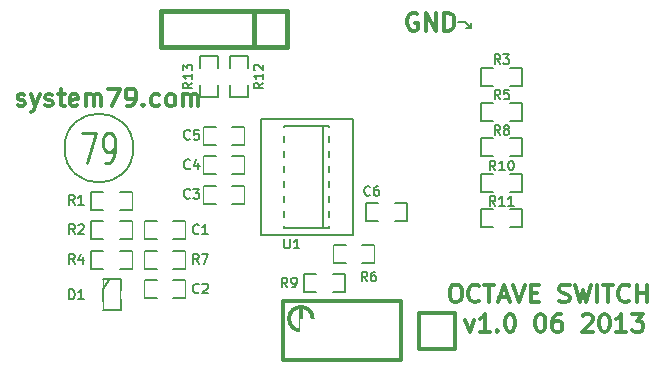
<source format=gto>
G04 (created by PCBNEW (2013-03-31 BZR 4008)-stable) date 2013-07-29 6:50:27 PM*
%MOIN*%
G04 Gerber Fmt 3.4, Leading zero omitted, Abs format*
%FSLAX34Y34*%
G01*
G70*
G90*
G04 APERTURE LIST*
%ADD10C,0.006*%
%ADD11C,0.00787402*%
%ADD12C,0.011811*%
%ADD13C,0.00984252*%
%ADD14C,0.005*%
%ADD15C,0.015*%
%ADD16C,0.014*%
%ADD17C,0.0026*%
%ADD18C,0.0078*%
%ADD19C,0.008*%
%ADD20R,0.0409748X0.0291748*%
%ADD21R,0.0465748X0.0565748*%
%ADD22R,0.0565748X0.0465748*%
%ADD23C,0.0802748*%
%ADD24R,0.0802748X0.0802748*%
%ADD25R,0.0881748X0.0251748*%
%ADD26C,0.080315*%
G04 APERTURE END LIST*
G54D10*
G54D11*
X25944Y-8818D02*
X25787Y-8818D01*
X25944Y-8818D02*
X25944Y-8661D01*
X25748Y-8622D02*
X25511Y-8622D01*
X25944Y-8818D02*
X25748Y-8622D01*
G54D12*
X24156Y-8338D02*
X24100Y-8309D01*
X24015Y-8309D01*
X23931Y-8338D01*
X23875Y-8394D01*
X23847Y-8450D01*
X23818Y-8562D01*
X23818Y-8647D01*
X23847Y-8759D01*
X23875Y-8816D01*
X23931Y-8872D01*
X24015Y-8900D01*
X24071Y-8900D01*
X24156Y-8872D01*
X24184Y-8844D01*
X24184Y-8647D01*
X24071Y-8647D01*
X24437Y-8900D02*
X24437Y-8309D01*
X24775Y-8900D01*
X24775Y-8309D01*
X25056Y-8900D02*
X25056Y-8309D01*
X25196Y-8309D01*
X25281Y-8338D01*
X25337Y-8394D01*
X25365Y-8450D01*
X25393Y-8562D01*
X25393Y-8647D01*
X25365Y-8759D01*
X25337Y-8816D01*
X25281Y-8872D01*
X25196Y-8900D01*
X25056Y-8900D01*
X25759Y-18546D02*
X25899Y-18939D01*
X26040Y-18546D01*
X26574Y-18939D02*
X26237Y-18939D01*
X26406Y-18939D02*
X26406Y-18349D01*
X26349Y-18433D01*
X26293Y-18489D01*
X26237Y-18517D01*
X26827Y-18883D02*
X26856Y-18911D01*
X26827Y-18939D01*
X26799Y-18911D01*
X26827Y-18883D01*
X26827Y-18939D01*
X27221Y-18349D02*
X27277Y-18349D01*
X27334Y-18377D01*
X27362Y-18405D01*
X27390Y-18461D01*
X27418Y-18574D01*
X27418Y-18714D01*
X27390Y-18827D01*
X27362Y-18883D01*
X27334Y-18911D01*
X27277Y-18939D01*
X27221Y-18939D01*
X27165Y-18911D01*
X27137Y-18883D01*
X27109Y-18827D01*
X27080Y-18714D01*
X27080Y-18574D01*
X27109Y-18461D01*
X27137Y-18405D01*
X27165Y-18377D01*
X27221Y-18349D01*
X28233Y-18349D02*
X28290Y-18349D01*
X28346Y-18377D01*
X28374Y-18405D01*
X28402Y-18461D01*
X28430Y-18574D01*
X28430Y-18714D01*
X28402Y-18827D01*
X28374Y-18883D01*
X28346Y-18911D01*
X28290Y-18939D01*
X28233Y-18939D01*
X28177Y-18911D01*
X28149Y-18883D01*
X28121Y-18827D01*
X28093Y-18714D01*
X28093Y-18574D01*
X28121Y-18461D01*
X28149Y-18405D01*
X28177Y-18377D01*
X28233Y-18349D01*
X28937Y-18349D02*
X28824Y-18349D01*
X28768Y-18377D01*
X28740Y-18405D01*
X28683Y-18489D01*
X28655Y-18602D01*
X28655Y-18827D01*
X28683Y-18883D01*
X28712Y-18911D01*
X28768Y-18939D01*
X28880Y-18939D01*
X28937Y-18911D01*
X28965Y-18883D01*
X28993Y-18827D01*
X28993Y-18686D01*
X28965Y-18630D01*
X28937Y-18602D01*
X28880Y-18574D01*
X28768Y-18574D01*
X28712Y-18602D01*
X28683Y-18630D01*
X28655Y-18686D01*
X29668Y-18405D02*
X29696Y-18377D01*
X29752Y-18349D01*
X29893Y-18349D01*
X29949Y-18377D01*
X29977Y-18405D01*
X30005Y-18461D01*
X30005Y-18517D01*
X29977Y-18602D01*
X29640Y-18939D01*
X30005Y-18939D01*
X30371Y-18349D02*
X30427Y-18349D01*
X30483Y-18377D01*
X30511Y-18405D01*
X30539Y-18461D01*
X30568Y-18574D01*
X30568Y-18714D01*
X30539Y-18827D01*
X30511Y-18883D01*
X30483Y-18911D01*
X30427Y-18939D01*
X30371Y-18939D01*
X30314Y-18911D01*
X30286Y-18883D01*
X30258Y-18827D01*
X30230Y-18714D01*
X30230Y-18574D01*
X30258Y-18461D01*
X30286Y-18405D01*
X30314Y-18377D01*
X30371Y-18349D01*
X31130Y-18939D02*
X30793Y-18939D01*
X30961Y-18939D02*
X30961Y-18349D01*
X30905Y-18433D01*
X30849Y-18489D01*
X30793Y-18517D01*
X31327Y-18349D02*
X31692Y-18349D01*
X31496Y-18574D01*
X31580Y-18574D01*
X31636Y-18602D01*
X31664Y-18630D01*
X31692Y-18686D01*
X31692Y-18827D01*
X31664Y-18883D01*
X31636Y-18911D01*
X31580Y-18939D01*
X31411Y-18939D01*
X31355Y-18911D01*
X31327Y-18883D01*
X10835Y-11392D02*
X10891Y-11420D01*
X11003Y-11420D01*
X11060Y-11392D01*
X11088Y-11335D01*
X11088Y-11307D01*
X11060Y-11251D01*
X11003Y-11223D01*
X10919Y-11223D01*
X10863Y-11195D01*
X10835Y-11138D01*
X10835Y-11110D01*
X10863Y-11054D01*
X10919Y-11026D01*
X11003Y-11026D01*
X11060Y-11054D01*
X11285Y-11026D02*
X11425Y-11420D01*
X11566Y-11026D02*
X11425Y-11420D01*
X11369Y-11560D01*
X11341Y-11588D01*
X11285Y-11616D01*
X11763Y-11392D02*
X11819Y-11420D01*
X11931Y-11420D01*
X11988Y-11392D01*
X12016Y-11335D01*
X12016Y-11307D01*
X11988Y-11251D01*
X11931Y-11223D01*
X11847Y-11223D01*
X11791Y-11195D01*
X11763Y-11138D01*
X11763Y-11110D01*
X11791Y-11054D01*
X11847Y-11026D01*
X11931Y-11026D01*
X11988Y-11054D01*
X12185Y-11026D02*
X12410Y-11026D01*
X12269Y-10829D02*
X12269Y-11335D01*
X12297Y-11392D01*
X12353Y-11420D01*
X12410Y-11420D01*
X12831Y-11392D02*
X12775Y-11420D01*
X12663Y-11420D01*
X12606Y-11392D01*
X12578Y-11335D01*
X12578Y-11110D01*
X12606Y-11054D01*
X12663Y-11026D01*
X12775Y-11026D01*
X12831Y-11054D01*
X12859Y-11110D01*
X12859Y-11167D01*
X12578Y-11223D01*
X13113Y-11420D02*
X13113Y-11026D01*
X13113Y-11082D02*
X13141Y-11054D01*
X13197Y-11026D01*
X13281Y-11026D01*
X13338Y-11054D01*
X13366Y-11110D01*
X13366Y-11420D01*
X13366Y-11110D02*
X13394Y-11054D01*
X13450Y-11026D01*
X13534Y-11026D01*
X13591Y-11054D01*
X13619Y-11110D01*
X13619Y-11420D01*
X13844Y-10829D02*
X14237Y-10829D01*
X13984Y-11420D01*
X14491Y-11420D02*
X14603Y-11420D01*
X14659Y-11392D01*
X14687Y-11363D01*
X14744Y-11279D01*
X14772Y-11167D01*
X14772Y-10942D01*
X14744Y-10885D01*
X14715Y-10857D01*
X14659Y-10829D01*
X14547Y-10829D01*
X14491Y-10857D01*
X14462Y-10885D01*
X14434Y-10942D01*
X14434Y-11082D01*
X14462Y-11138D01*
X14491Y-11167D01*
X14547Y-11195D01*
X14659Y-11195D01*
X14715Y-11167D01*
X14744Y-11138D01*
X14772Y-11082D01*
X15025Y-11363D02*
X15053Y-11392D01*
X15025Y-11420D01*
X14997Y-11392D01*
X15025Y-11363D01*
X15025Y-11420D01*
X15559Y-11392D02*
X15503Y-11420D01*
X15390Y-11420D01*
X15334Y-11392D01*
X15306Y-11363D01*
X15278Y-11307D01*
X15278Y-11138D01*
X15306Y-11082D01*
X15334Y-11054D01*
X15390Y-11026D01*
X15503Y-11026D01*
X15559Y-11054D01*
X15897Y-11420D02*
X15840Y-11392D01*
X15812Y-11363D01*
X15784Y-11307D01*
X15784Y-11138D01*
X15812Y-11082D01*
X15840Y-11054D01*
X15897Y-11026D01*
X15981Y-11026D01*
X16037Y-11054D01*
X16065Y-11082D01*
X16093Y-11138D01*
X16093Y-11307D01*
X16065Y-11363D01*
X16037Y-11392D01*
X15981Y-11420D01*
X15897Y-11420D01*
X16347Y-11420D02*
X16347Y-11026D01*
X16347Y-11082D02*
X16375Y-11054D01*
X16431Y-11026D01*
X16515Y-11026D01*
X16571Y-11054D01*
X16600Y-11110D01*
X16600Y-11420D01*
X16600Y-11110D02*
X16628Y-11054D01*
X16684Y-11026D01*
X16768Y-11026D01*
X16825Y-11054D01*
X16853Y-11110D01*
X16853Y-11420D01*
G54D11*
X14691Y-12814D02*
G75*
G03X14691Y-12814I-1147J0D01*
G74*
G01*
G54D13*
X12985Y-12327D02*
X13444Y-12327D01*
X13149Y-13311D01*
X13740Y-13311D02*
X13871Y-13311D01*
X13937Y-13264D01*
X13969Y-13218D01*
X14035Y-13077D01*
X14068Y-12889D01*
X14068Y-12514D01*
X14035Y-12421D01*
X14002Y-12374D01*
X13937Y-12327D01*
X13805Y-12327D01*
X13740Y-12374D01*
X13707Y-12421D01*
X13674Y-12514D01*
X13674Y-12749D01*
X13707Y-12843D01*
X13740Y-12889D01*
X13805Y-12936D01*
X13937Y-12936D01*
X14002Y-12889D01*
X14035Y-12843D01*
X14068Y-12749D01*
G54D12*
X25379Y-17365D02*
X25492Y-17365D01*
X25548Y-17393D01*
X25604Y-17449D01*
X25632Y-17561D01*
X25632Y-17758D01*
X25604Y-17871D01*
X25548Y-17927D01*
X25492Y-17955D01*
X25379Y-17955D01*
X25323Y-17927D01*
X25267Y-17871D01*
X25239Y-17758D01*
X25239Y-17561D01*
X25267Y-17449D01*
X25323Y-17393D01*
X25379Y-17365D01*
X26223Y-17899D02*
X26195Y-17927D01*
X26110Y-17955D01*
X26054Y-17955D01*
X25970Y-17927D01*
X25913Y-17871D01*
X25885Y-17814D01*
X25857Y-17702D01*
X25857Y-17618D01*
X25885Y-17505D01*
X25913Y-17449D01*
X25970Y-17393D01*
X26054Y-17365D01*
X26110Y-17365D01*
X26195Y-17393D01*
X26223Y-17421D01*
X26392Y-17365D02*
X26729Y-17365D01*
X26560Y-17955D02*
X26560Y-17365D01*
X26898Y-17786D02*
X27179Y-17786D01*
X26841Y-17955D02*
X27038Y-17365D01*
X27235Y-17955D01*
X27348Y-17365D02*
X27544Y-17955D01*
X27741Y-17365D01*
X27938Y-17646D02*
X28135Y-17646D01*
X28219Y-17955D02*
X27938Y-17955D01*
X27938Y-17365D01*
X28219Y-17365D01*
X28894Y-17927D02*
X28979Y-17955D01*
X29119Y-17955D01*
X29176Y-17927D01*
X29204Y-17899D01*
X29232Y-17843D01*
X29232Y-17786D01*
X29204Y-17730D01*
X29176Y-17702D01*
X29119Y-17674D01*
X29007Y-17646D01*
X28951Y-17618D01*
X28922Y-17589D01*
X28894Y-17533D01*
X28894Y-17477D01*
X28922Y-17421D01*
X28951Y-17393D01*
X29007Y-17365D01*
X29147Y-17365D01*
X29232Y-17393D01*
X29429Y-17365D02*
X29569Y-17955D01*
X29682Y-17533D01*
X29794Y-17955D01*
X29935Y-17365D01*
X30160Y-17955D02*
X30160Y-17365D01*
X30357Y-17365D02*
X30694Y-17365D01*
X30525Y-17955D02*
X30525Y-17365D01*
X31228Y-17899D02*
X31200Y-17927D01*
X31116Y-17955D01*
X31060Y-17955D01*
X30975Y-17927D01*
X30919Y-17871D01*
X30891Y-17814D01*
X30863Y-17702D01*
X30863Y-17618D01*
X30891Y-17505D01*
X30919Y-17449D01*
X30975Y-17393D01*
X31060Y-17365D01*
X31116Y-17365D01*
X31200Y-17393D01*
X31228Y-17421D01*
X31482Y-17955D02*
X31482Y-17365D01*
X31482Y-17646D02*
X31819Y-17646D01*
X31819Y-17955D02*
X31819Y-17365D01*
G54D14*
X13676Y-17516D02*
X13876Y-17216D01*
X13676Y-18216D02*
X13676Y-17191D01*
X13676Y-17191D02*
X14276Y-17191D01*
X14276Y-17191D02*
X14276Y-18216D01*
X14276Y-18216D02*
X13676Y-18216D01*
X22849Y-15260D02*
X22449Y-15260D01*
X22449Y-15260D02*
X22449Y-14660D01*
X22449Y-14660D02*
X22849Y-14660D01*
X23409Y-14660D02*
X23809Y-14660D01*
X23809Y-14660D02*
X23809Y-15260D01*
X23809Y-15260D02*
X23409Y-15260D01*
X17436Y-13685D02*
X17036Y-13685D01*
X17036Y-13685D02*
X17036Y-13085D01*
X17036Y-13085D02*
X17436Y-13085D01*
X17996Y-13085D02*
X18396Y-13085D01*
X18396Y-13085D02*
X18396Y-13685D01*
X18396Y-13685D02*
X17996Y-13685D01*
X17524Y-10713D02*
X17524Y-11113D01*
X17524Y-11113D02*
X16924Y-11113D01*
X16924Y-11113D02*
X16924Y-10713D01*
X16924Y-10153D02*
X16924Y-9753D01*
X16924Y-9753D02*
X17524Y-9753D01*
X17524Y-9753D02*
X17524Y-10153D01*
X26688Y-15457D02*
X26288Y-15457D01*
X26288Y-15457D02*
X26288Y-14857D01*
X26288Y-14857D02*
X26688Y-14857D01*
X27248Y-14857D02*
X27648Y-14857D01*
X27648Y-14857D02*
X27648Y-15457D01*
X27648Y-15457D02*
X27248Y-15457D01*
X26688Y-14276D02*
X26288Y-14276D01*
X26288Y-14276D02*
X26288Y-13676D01*
X26288Y-13676D02*
X26688Y-13676D01*
X27248Y-13676D02*
X27648Y-13676D01*
X27648Y-13676D02*
X27648Y-14276D01*
X27648Y-14276D02*
X27248Y-14276D01*
X26688Y-13095D02*
X26288Y-13095D01*
X26288Y-13095D02*
X26288Y-12495D01*
X26288Y-12495D02*
X26688Y-12495D01*
X27248Y-12495D02*
X27648Y-12495D01*
X27648Y-12495D02*
X27648Y-13095D01*
X27648Y-13095D02*
X27248Y-13095D01*
X26688Y-11914D02*
X26288Y-11914D01*
X26288Y-11914D02*
X26288Y-11314D01*
X26288Y-11314D02*
X26688Y-11314D01*
X27248Y-11314D02*
X27648Y-11314D01*
X27648Y-11314D02*
X27648Y-11914D01*
X27648Y-11914D02*
X27248Y-11914D01*
X26688Y-10733D02*
X26288Y-10733D01*
X26288Y-10733D02*
X26288Y-10133D01*
X26288Y-10133D02*
X26688Y-10133D01*
X27248Y-10133D02*
X27648Y-10133D01*
X27648Y-10133D02*
X27648Y-10733D01*
X27648Y-10733D02*
X27248Y-10733D01*
X15468Y-16835D02*
X15068Y-16835D01*
X15068Y-16835D02*
X15068Y-16235D01*
X15068Y-16235D02*
X15468Y-16235D01*
X16028Y-16235D02*
X16428Y-16235D01*
X16428Y-16235D02*
X16428Y-16835D01*
X16428Y-16835D02*
X16028Y-16835D01*
X13696Y-15851D02*
X13296Y-15851D01*
X13296Y-15851D02*
X13296Y-15251D01*
X13296Y-15251D02*
X13696Y-15251D01*
X14256Y-15251D02*
X14656Y-15251D01*
X14656Y-15251D02*
X14656Y-15851D01*
X14656Y-15851D02*
X14256Y-15851D01*
X15468Y-15851D02*
X15068Y-15851D01*
X15068Y-15851D02*
X15068Y-15251D01*
X15068Y-15251D02*
X15468Y-15251D01*
X16028Y-15251D02*
X16428Y-15251D01*
X16428Y-15251D02*
X16428Y-15851D01*
X16428Y-15851D02*
X16028Y-15851D01*
X18508Y-10713D02*
X18508Y-11113D01*
X18508Y-11113D02*
X17908Y-11113D01*
X17908Y-11113D02*
X17908Y-10713D01*
X17908Y-10153D02*
X17908Y-9753D01*
X17908Y-9753D02*
X18508Y-9753D01*
X18508Y-9753D02*
X18508Y-10153D01*
X17996Y-12101D02*
X18396Y-12101D01*
X18396Y-12101D02*
X18396Y-12701D01*
X18396Y-12701D02*
X17996Y-12701D01*
X17436Y-12701D02*
X17036Y-12701D01*
X17036Y-12701D02*
X17036Y-12101D01*
X17036Y-12101D02*
X17436Y-12101D01*
X17436Y-14670D02*
X17036Y-14670D01*
X17036Y-14670D02*
X17036Y-14070D01*
X17036Y-14070D02*
X17436Y-14070D01*
X17996Y-14070D02*
X18396Y-14070D01*
X18396Y-14070D02*
X18396Y-14670D01*
X18396Y-14670D02*
X17996Y-14670D01*
X21342Y-17022D02*
X21742Y-17022D01*
X21742Y-17022D02*
X21742Y-17622D01*
X21742Y-17622D02*
X21342Y-17622D01*
X20782Y-17622D02*
X20382Y-17622D01*
X20382Y-17622D02*
X20382Y-17022D01*
X20382Y-17022D02*
X20782Y-17022D01*
X15468Y-17819D02*
X15068Y-17819D01*
X15068Y-17819D02*
X15068Y-17219D01*
X15068Y-17219D02*
X15468Y-17219D01*
X16028Y-17219D02*
X16428Y-17219D01*
X16428Y-17219D02*
X16428Y-17819D01*
X16428Y-17819D02*
X16028Y-17819D01*
X22327Y-16038D02*
X22727Y-16038D01*
X22727Y-16038D02*
X22727Y-16638D01*
X22727Y-16638D02*
X22327Y-16638D01*
X21767Y-16638D02*
X21367Y-16638D01*
X21367Y-16638D02*
X21367Y-16038D01*
X21367Y-16038D02*
X21767Y-16038D01*
X13696Y-16835D02*
X13296Y-16835D01*
X13296Y-16835D02*
X13296Y-16235D01*
X13296Y-16235D02*
X13696Y-16235D01*
X14256Y-16235D02*
X14656Y-16235D01*
X14656Y-16235D02*
X14656Y-16835D01*
X14656Y-16835D02*
X14256Y-16835D01*
X14256Y-14266D02*
X14656Y-14266D01*
X14656Y-14266D02*
X14656Y-14866D01*
X14656Y-14866D02*
X14256Y-14866D01*
X13696Y-14866D02*
X13296Y-14866D01*
X13296Y-14866D02*
X13296Y-14266D01*
X13296Y-14266D02*
X13696Y-14266D01*
G54D15*
X18716Y-9458D02*
X18716Y-8258D01*
X19816Y-9458D02*
X19816Y-8258D01*
X19816Y-8258D02*
X15616Y-8258D01*
X15616Y-8258D02*
X15616Y-9458D01*
X15616Y-9458D02*
X19816Y-9458D01*
G54D16*
X24253Y-19497D02*
X25353Y-19497D01*
X24253Y-18297D02*
X25403Y-18297D01*
X24203Y-19497D02*
X24203Y-18297D01*
X25403Y-18297D02*
X25403Y-19497D01*
X20275Y-18110D02*
X20275Y-18897D01*
X20669Y-18503D02*
G75*
G03X20669Y-18503I-393J0D01*
G74*
G01*
X19685Y-19881D02*
X19685Y-17913D01*
X19685Y-17913D02*
X23622Y-17913D01*
X23622Y-17913D02*
X23622Y-19881D01*
X23622Y-19881D02*
X19685Y-19881D01*
G54D17*
X21692Y-15375D02*
X21692Y-15182D01*
X21692Y-15182D02*
X21259Y-15182D01*
X21259Y-15375D02*
X21259Y-15182D01*
X21692Y-15375D02*
X21259Y-15375D01*
X21692Y-14875D02*
X21692Y-14682D01*
X21692Y-14682D02*
X21259Y-14682D01*
X21259Y-14875D02*
X21259Y-14682D01*
X21692Y-14875D02*
X21259Y-14875D01*
X21692Y-14375D02*
X21692Y-14182D01*
X21692Y-14182D02*
X21259Y-14182D01*
X21259Y-14375D02*
X21259Y-14182D01*
X21692Y-14375D02*
X21259Y-14375D01*
X21692Y-13875D02*
X21692Y-13683D01*
X21692Y-13683D02*
X21259Y-13683D01*
X21259Y-13875D02*
X21259Y-13683D01*
X21692Y-13875D02*
X21259Y-13875D01*
X19685Y-13875D02*
X19685Y-13683D01*
X19685Y-13683D02*
X19252Y-13683D01*
X19252Y-13875D02*
X19252Y-13683D01*
X19685Y-13875D02*
X19252Y-13875D01*
X19685Y-14375D02*
X19685Y-14182D01*
X19685Y-14182D02*
X19252Y-14182D01*
X19252Y-14375D02*
X19252Y-14182D01*
X19685Y-14375D02*
X19252Y-14375D01*
X19685Y-14875D02*
X19685Y-14682D01*
X19685Y-14682D02*
X19252Y-14682D01*
X19252Y-14875D02*
X19252Y-14682D01*
X19685Y-14875D02*
X19252Y-14875D01*
X19685Y-15375D02*
X19685Y-15182D01*
X19685Y-15182D02*
X19252Y-15182D01*
X19252Y-15375D02*
X19252Y-15182D01*
X19685Y-15375D02*
X19252Y-15375D01*
X21692Y-13376D02*
X21692Y-13183D01*
X21692Y-13183D02*
X21259Y-13183D01*
X21259Y-13376D02*
X21259Y-13183D01*
X21692Y-13376D02*
X21259Y-13376D01*
X21692Y-12876D02*
X21692Y-12683D01*
X21692Y-12683D02*
X21259Y-12683D01*
X21259Y-12876D02*
X21259Y-12683D01*
X21692Y-12876D02*
X21259Y-12876D01*
X21692Y-12376D02*
X21692Y-12183D01*
X21692Y-12183D02*
X21259Y-12183D01*
X21259Y-12376D02*
X21259Y-12183D01*
X21692Y-12376D02*
X21259Y-12376D01*
X19685Y-12376D02*
X19685Y-12183D01*
X19685Y-12183D02*
X19252Y-12183D01*
X19252Y-12376D02*
X19252Y-12183D01*
X19685Y-12376D02*
X19252Y-12376D01*
X19685Y-12876D02*
X19685Y-12683D01*
X19685Y-12683D02*
X19252Y-12683D01*
X19252Y-12876D02*
X19252Y-12683D01*
X19685Y-12876D02*
X19252Y-12876D01*
X19685Y-13376D02*
X19685Y-13183D01*
X19685Y-13183D02*
X19252Y-13183D01*
X19252Y-13376D02*
X19252Y-13183D01*
X19685Y-13376D02*
X19252Y-13376D01*
G54D18*
X18937Y-15706D02*
X18937Y-11852D01*
X22007Y-11852D02*
X22007Y-15706D01*
X22007Y-15706D02*
X18937Y-15706D01*
G54D19*
X21220Y-12085D02*
X21220Y-15473D01*
X21220Y-15473D02*
X21023Y-15473D01*
X21023Y-15473D02*
X19724Y-15473D01*
X21023Y-12085D02*
X21023Y-15473D01*
X19724Y-12085D02*
X21023Y-12085D01*
X21023Y-12085D02*
X21220Y-12085D01*
G54D18*
X18937Y-11852D02*
X22007Y-11852D01*
G54D19*
X19724Y-15473D02*
X19724Y-12085D01*
G54D10*
X12559Y-17846D02*
X12559Y-17526D01*
X12635Y-17526D01*
X12680Y-17541D01*
X12711Y-17571D01*
X12726Y-17602D01*
X12741Y-17663D01*
X12741Y-17708D01*
X12726Y-17769D01*
X12711Y-17800D01*
X12680Y-17830D01*
X12635Y-17846D01*
X12559Y-17846D01*
X13046Y-17846D02*
X12863Y-17846D01*
X12955Y-17846D02*
X12955Y-17526D01*
X12924Y-17571D01*
X12894Y-17602D01*
X12863Y-17617D01*
X22584Y-14370D02*
X22569Y-14385D01*
X22523Y-14401D01*
X22493Y-14401D01*
X22447Y-14385D01*
X22416Y-14355D01*
X22401Y-14324D01*
X22386Y-14264D01*
X22386Y-14218D01*
X22401Y-14157D01*
X22416Y-14126D01*
X22447Y-14096D01*
X22493Y-14081D01*
X22523Y-14081D01*
X22569Y-14096D01*
X22584Y-14111D01*
X22858Y-14081D02*
X22797Y-14081D01*
X22767Y-14096D01*
X22752Y-14111D01*
X22721Y-14157D01*
X22706Y-14218D01*
X22706Y-14340D01*
X22721Y-14370D01*
X22736Y-14385D01*
X22767Y-14401D01*
X22828Y-14401D01*
X22858Y-14385D01*
X22873Y-14370D01*
X22889Y-14340D01*
X22889Y-14264D01*
X22873Y-14233D01*
X22858Y-14218D01*
X22828Y-14203D01*
X22767Y-14203D01*
X22736Y-14218D01*
X22721Y-14233D01*
X22706Y-14264D01*
X16580Y-13484D02*
X16565Y-13500D01*
X16519Y-13515D01*
X16489Y-13515D01*
X16443Y-13500D01*
X16412Y-13469D01*
X16397Y-13439D01*
X16382Y-13378D01*
X16382Y-13332D01*
X16397Y-13271D01*
X16412Y-13241D01*
X16443Y-13210D01*
X16489Y-13195D01*
X16519Y-13195D01*
X16565Y-13210D01*
X16580Y-13225D01*
X16854Y-13302D02*
X16854Y-13515D01*
X16778Y-13180D02*
X16702Y-13408D01*
X16900Y-13408D01*
X16664Y-10638D02*
X16512Y-10745D01*
X16664Y-10821D02*
X16344Y-10821D01*
X16344Y-10699D01*
X16360Y-10669D01*
X16375Y-10654D01*
X16405Y-10638D01*
X16451Y-10638D01*
X16482Y-10654D01*
X16497Y-10669D01*
X16512Y-10699D01*
X16512Y-10821D01*
X16664Y-10334D02*
X16664Y-10516D01*
X16664Y-10425D02*
X16344Y-10425D01*
X16390Y-10455D01*
X16421Y-10486D01*
X16436Y-10516D01*
X16344Y-10227D02*
X16344Y-10029D01*
X16466Y-10135D01*
X16466Y-10090D01*
X16482Y-10059D01*
X16497Y-10044D01*
X16527Y-10029D01*
X16604Y-10029D01*
X16634Y-10044D01*
X16649Y-10059D01*
X16664Y-10090D01*
X16664Y-10181D01*
X16649Y-10212D01*
X16634Y-10227D01*
X26762Y-14737D02*
X26656Y-14584D01*
X26579Y-14737D02*
X26579Y-14417D01*
X26701Y-14417D01*
X26732Y-14432D01*
X26747Y-14447D01*
X26762Y-14477D01*
X26762Y-14523D01*
X26747Y-14554D01*
X26732Y-14569D01*
X26701Y-14584D01*
X26579Y-14584D01*
X27067Y-14737D02*
X26884Y-14737D01*
X26976Y-14737D02*
X26976Y-14417D01*
X26945Y-14462D01*
X26915Y-14493D01*
X26884Y-14508D01*
X27372Y-14737D02*
X27189Y-14737D01*
X27280Y-14737D02*
X27280Y-14417D01*
X27250Y-14462D01*
X27219Y-14493D01*
X27189Y-14508D01*
X26762Y-13555D02*
X26656Y-13403D01*
X26579Y-13555D02*
X26579Y-13235D01*
X26701Y-13235D01*
X26732Y-13251D01*
X26747Y-13266D01*
X26762Y-13296D01*
X26762Y-13342D01*
X26747Y-13373D01*
X26732Y-13388D01*
X26701Y-13403D01*
X26579Y-13403D01*
X27067Y-13555D02*
X26884Y-13555D01*
X26976Y-13555D02*
X26976Y-13235D01*
X26945Y-13281D01*
X26915Y-13312D01*
X26884Y-13327D01*
X27265Y-13235D02*
X27296Y-13235D01*
X27326Y-13251D01*
X27341Y-13266D01*
X27357Y-13296D01*
X27372Y-13357D01*
X27372Y-13433D01*
X27357Y-13494D01*
X27341Y-13525D01*
X27326Y-13540D01*
X27296Y-13555D01*
X27265Y-13555D01*
X27235Y-13540D01*
X27219Y-13525D01*
X27204Y-13494D01*
X27189Y-13433D01*
X27189Y-13357D01*
X27204Y-13296D01*
X27219Y-13266D01*
X27235Y-13251D01*
X27265Y-13235D01*
X26915Y-12374D02*
X26808Y-12222D01*
X26732Y-12374D02*
X26732Y-12054D01*
X26854Y-12054D01*
X26884Y-12070D01*
X26899Y-12085D01*
X26915Y-12115D01*
X26915Y-12161D01*
X26899Y-12191D01*
X26884Y-12207D01*
X26854Y-12222D01*
X26732Y-12222D01*
X27098Y-12191D02*
X27067Y-12176D01*
X27052Y-12161D01*
X27037Y-12130D01*
X27037Y-12115D01*
X27052Y-12085D01*
X27067Y-12070D01*
X27098Y-12054D01*
X27158Y-12054D01*
X27189Y-12070D01*
X27204Y-12085D01*
X27219Y-12115D01*
X27219Y-12130D01*
X27204Y-12161D01*
X27189Y-12176D01*
X27158Y-12191D01*
X27098Y-12191D01*
X27067Y-12207D01*
X27052Y-12222D01*
X27037Y-12252D01*
X27037Y-12313D01*
X27052Y-12344D01*
X27067Y-12359D01*
X27098Y-12374D01*
X27158Y-12374D01*
X27189Y-12359D01*
X27204Y-12344D01*
X27219Y-12313D01*
X27219Y-12252D01*
X27204Y-12222D01*
X27189Y-12207D01*
X27158Y-12191D01*
X26915Y-11193D02*
X26808Y-11041D01*
X26732Y-11193D02*
X26732Y-10873D01*
X26854Y-10873D01*
X26884Y-10888D01*
X26899Y-10904D01*
X26915Y-10934D01*
X26915Y-10980D01*
X26899Y-11010D01*
X26884Y-11026D01*
X26854Y-11041D01*
X26732Y-11041D01*
X27204Y-10873D02*
X27052Y-10873D01*
X27037Y-11026D01*
X27052Y-11010D01*
X27082Y-10995D01*
X27158Y-10995D01*
X27189Y-11010D01*
X27204Y-11026D01*
X27219Y-11056D01*
X27219Y-11132D01*
X27204Y-11163D01*
X27189Y-11178D01*
X27158Y-11193D01*
X27082Y-11193D01*
X27052Y-11178D01*
X27037Y-11163D01*
X26915Y-10012D02*
X26808Y-9860D01*
X26732Y-10012D02*
X26732Y-9692D01*
X26854Y-9692D01*
X26884Y-9707D01*
X26899Y-9723D01*
X26915Y-9753D01*
X26915Y-9799D01*
X26899Y-9829D01*
X26884Y-9844D01*
X26854Y-9860D01*
X26732Y-9860D01*
X27021Y-9692D02*
X27219Y-9692D01*
X27113Y-9814D01*
X27158Y-9814D01*
X27189Y-9829D01*
X27204Y-9844D01*
X27219Y-9875D01*
X27219Y-9951D01*
X27204Y-9982D01*
X27189Y-9997D01*
X27158Y-10012D01*
X27067Y-10012D01*
X27037Y-9997D01*
X27021Y-9982D01*
X16875Y-16664D02*
X16769Y-16512D01*
X16692Y-16664D02*
X16692Y-16344D01*
X16814Y-16344D01*
X16845Y-16360D01*
X16860Y-16375D01*
X16875Y-16405D01*
X16875Y-16451D01*
X16860Y-16482D01*
X16845Y-16497D01*
X16814Y-16512D01*
X16692Y-16512D01*
X16982Y-16344D02*
X17195Y-16344D01*
X17058Y-16664D01*
X12741Y-15680D02*
X12635Y-15528D01*
X12559Y-15680D02*
X12559Y-15360D01*
X12680Y-15360D01*
X12711Y-15375D01*
X12726Y-15391D01*
X12741Y-15421D01*
X12741Y-15467D01*
X12726Y-15497D01*
X12711Y-15513D01*
X12680Y-15528D01*
X12559Y-15528D01*
X12863Y-15391D02*
X12879Y-15375D01*
X12909Y-15360D01*
X12985Y-15360D01*
X13016Y-15375D01*
X13031Y-15391D01*
X13046Y-15421D01*
X13046Y-15452D01*
X13031Y-15497D01*
X12848Y-15680D01*
X13046Y-15680D01*
X16875Y-15650D02*
X16860Y-15665D01*
X16814Y-15680D01*
X16784Y-15680D01*
X16738Y-15665D01*
X16708Y-15634D01*
X16692Y-15604D01*
X16677Y-15543D01*
X16677Y-15497D01*
X16692Y-15436D01*
X16708Y-15406D01*
X16738Y-15375D01*
X16784Y-15360D01*
X16814Y-15360D01*
X16860Y-15375D01*
X16875Y-15391D01*
X17180Y-15680D02*
X16997Y-15680D01*
X17089Y-15680D02*
X17089Y-15360D01*
X17058Y-15406D01*
X17028Y-15436D01*
X16997Y-15452D01*
X19027Y-10638D02*
X18874Y-10745D01*
X19027Y-10821D02*
X18707Y-10821D01*
X18707Y-10699D01*
X18722Y-10669D01*
X18737Y-10654D01*
X18768Y-10638D01*
X18813Y-10638D01*
X18844Y-10654D01*
X18859Y-10669D01*
X18874Y-10699D01*
X18874Y-10821D01*
X19027Y-10334D02*
X19027Y-10516D01*
X19027Y-10425D02*
X18707Y-10425D01*
X18752Y-10455D01*
X18783Y-10486D01*
X18798Y-10516D01*
X18737Y-10212D02*
X18722Y-10196D01*
X18707Y-10166D01*
X18707Y-10090D01*
X18722Y-10059D01*
X18737Y-10044D01*
X18768Y-10029D01*
X18798Y-10029D01*
X18844Y-10044D01*
X19027Y-10227D01*
X19027Y-10029D01*
X16580Y-12500D02*
X16565Y-12515D01*
X16519Y-12531D01*
X16489Y-12531D01*
X16443Y-12515D01*
X16412Y-12485D01*
X16397Y-12454D01*
X16382Y-12393D01*
X16382Y-12348D01*
X16397Y-12287D01*
X16412Y-12256D01*
X16443Y-12226D01*
X16489Y-12211D01*
X16519Y-12211D01*
X16565Y-12226D01*
X16580Y-12241D01*
X16870Y-12211D02*
X16717Y-12211D01*
X16702Y-12363D01*
X16717Y-12348D01*
X16748Y-12333D01*
X16824Y-12333D01*
X16854Y-12348D01*
X16870Y-12363D01*
X16885Y-12393D01*
X16885Y-12470D01*
X16870Y-12500D01*
X16854Y-12515D01*
X16824Y-12531D01*
X16748Y-12531D01*
X16717Y-12515D01*
X16702Y-12500D01*
X16580Y-14469D02*
X16565Y-14484D01*
X16519Y-14499D01*
X16489Y-14499D01*
X16443Y-14484D01*
X16412Y-14453D01*
X16397Y-14423D01*
X16382Y-14362D01*
X16382Y-14316D01*
X16397Y-14255D01*
X16412Y-14225D01*
X16443Y-14194D01*
X16489Y-14179D01*
X16519Y-14179D01*
X16565Y-14194D01*
X16580Y-14210D01*
X16687Y-14179D02*
X16885Y-14179D01*
X16778Y-14301D01*
X16824Y-14301D01*
X16854Y-14316D01*
X16870Y-14331D01*
X16885Y-14362D01*
X16885Y-14438D01*
X16870Y-14469D01*
X16854Y-14484D01*
X16824Y-14499D01*
X16732Y-14499D01*
X16702Y-14484D01*
X16687Y-14469D01*
X19828Y-17452D02*
X19721Y-17299D01*
X19645Y-17452D02*
X19645Y-17132D01*
X19767Y-17132D01*
X19798Y-17147D01*
X19813Y-17162D01*
X19828Y-17193D01*
X19828Y-17239D01*
X19813Y-17269D01*
X19798Y-17284D01*
X19767Y-17299D01*
X19645Y-17299D01*
X19980Y-17452D02*
X20041Y-17452D01*
X20072Y-17437D01*
X20087Y-17421D01*
X20118Y-17376D01*
X20133Y-17315D01*
X20133Y-17193D01*
X20118Y-17162D01*
X20102Y-17147D01*
X20072Y-17132D01*
X20011Y-17132D01*
X19980Y-17147D01*
X19965Y-17162D01*
X19950Y-17193D01*
X19950Y-17269D01*
X19965Y-17299D01*
X19980Y-17315D01*
X20011Y-17330D01*
X20072Y-17330D01*
X20102Y-17315D01*
X20118Y-17299D01*
X20133Y-17269D01*
X16875Y-17618D02*
X16860Y-17633D01*
X16814Y-17649D01*
X16784Y-17649D01*
X16738Y-17633D01*
X16708Y-17603D01*
X16692Y-17573D01*
X16677Y-17512D01*
X16677Y-17466D01*
X16692Y-17405D01*
X16708Y-17374D01*
X16738Y-17344D01*
X16784Y-17329D01*
X16814Y-17329D01*
X16860Y-17344D01*
X16875Y-17359D01*
X16997Y-17359D02*
X17012Y-17344D01*
X17043Y-17329D01*
X17119Y-17329D01*
X17150Y-17344D01*
X17165Y-17359D01*
X17180Y-17390D01*
X17180Y-17420D01*
X17165Y-17466D01*
X16982Y-17649D01*
X17180Y-17649D01*
X22486Y-17255D02*
X22379Y-17103D01*
X22303Y-17255D02*
X22303Y-16935D01*
X22425Y-16935D01*
X22455Y-16950D01*
X22470Y-16965D01*
X22486Y-16996D01*
X22486Y-17042D01*
X22470Y-17072D01*
X22455Y-17087D01*
X22425Y-17103D01*
X22303Y-17103D01*
X22760Y-16935D02*
X22699Y-16935D01*
X22668Y-16950D01*
X22653Y-16965D01*
X22623Y-17011D01*
X22607Y-17072D01*
X22607Y-17194D01*
X22623Y-17225D01*
X22638Y-17240D01*
X22668Y-17255D01*
X22729Y-17255D01*
X22760Y-17240D01*
X22775Y-17225D01*
X22790Y-17194D01*
X22790Y-17118D01*
X22775Y-17087D01*
X22760Y-17072D01*
X22729Y-17057D01*
X22668Y-17057D01*
X22638Y-17072D01*
X22623Y-17087D01*
X22607Y-17118D01*
X12741Y-16664D02*
X12635Y-16512D01*
X12559Y-16664D02*
X12559Y-16344D01*
X12680Y-16344D01*
X12711Y-16360D01*
X12726Y-16375D01*
X12741Y-16405D01*
X12741Y-16451D01*
X12726Y-16482D01*
X12711Y-16497D01*
X12680Y-16512D01*
X12559Y-16512D01*
X13016Y-16451D02*
X13016Y-16664D01*
X12940Y-16329D02*
X12863Y-16558D01*
X13061Y-16558D01*
X12741Y-14696D02*
X12635Y-14544D01*
X12559Y-14696D02*
X12559Y-14376D01*
X12680Y-14376D01*
X12711Y-14391D01*
X12726Y-14406D01*
X12741Y-14437D01*
X12741Y-14483D01*
X12726Y-14513D01*
X12711Y-14528D01*
X12680Y-14544D01*
X12559Y-14544D01*
X13046Y-14696D02*
X12863Y-14696D01*
X12955Y-14696D02*
X12955Y-14376D01*
X12924Y-14422D01*
X12894Y-14452D01*
X12863Y-14467D01*
X19728Y-15839D02*
X19728Y-16098D01*
X19743Y-16128D01*
X19759Y-16143D01*
X19789Y-16159D01*
X19850Y-16159D01*
X19881Y-16143D01*
X19896Y-16128D01*
X19911Y-16098D01*
X19911Y-15839D01*
X20231Y-16159D02*
X20048Y-16159D01*
X20140Y-16159D02*
X20140Y-15839D01*
X20109Y-15884D01*
X20079Y-15915D01*
X20048Y-15930D01*
%LPC*%
G54D20*
X14476Y-17716D03*
X13476Y-18091D03*
X13476Y-17341D03*
G54D21*
X22704Y-14960D03*
X23554Y-14960D03*
X17291Y-13385D03*
X18141Y-13385D03*
G54D22*
X17224Y-10858D03*
X17224Y-10008D03*
G54D21*
X26543Y-15157D03*
X27393Y-15157D03*
X26543Y-13976D03*
X27393Y-13976D03*
X26543Y-12795D03*
X27393Y-12795D03*
X26543Y-11614D03*
X27393Y-11614D03*
X26543Y-10433D03*
X27393Y-10433D03*
X15323Y-16535D03*
X16173Y-16535D03*
X13551Y-15551D03*
X14401Y-15551D03*
X15323Y-15551D03*
X16173Y-15551D03*
G54D22*
X18208Y-10858D03*
X18208Y-10008D03*
G54D21*
X18141Y-12401D03*
X17291Y-12401D03*
X17291Y-14370D03*
X18141Y-14370D03*
X21487Y-17322D03*
X20637Y-17322D03*
X15323Y-17519D03*
X16173Y-17519D03*
X22472Y-16338D03*
X21622Y-16338D03*
X13551Y-16535D03*
X14401Y-16535D03*
X14401Y-14566D03*
X13551Y-14566D03*
G54D23*
X13543Y-19133D03*
X11574Y-19133D03*
X15511Y-19133D03*
G54D24*
X19216Y-8858D03*
G54D23*
X18216Y-8858D03*
X17216Y-8858D03*
X16216Y-8858D03*
G54D24*
X24803Y-18897D03*
G54D23*
X21653Y-18897D03*
X22653Y-18897D03*
G54D24*
X20653Y-18897D03*
G54D25*
X21495Y-15279D03*
X21495Y-14779D03*
X21495Y-14279D03*
X21495Y-13779D03*
X21495Y-13279D03*
X21495Y-12779D03*
X21495Y-12279D03*
X19449Y-12279D03*
X19449Y-12779D03*
X19449Y-13279D03*
X19449Y-13779D03*
X19449Y-14279D03*
X19449Y-14779D03*
X19449Y-15279D03*
G54D26*
X23677Y-11814D03*
X24696Y-10051D03*
X26460Y-9031D03*
X28500Y-9031D03*
X30263Y-10051D03*
X31283Y-11814D03*
X29645Y-12834D03*
X25314Y-12834D03*
X23677Y-13854D03*
X24696Y-15618D03*
X26460Y-16637D03*
X28500Y-16637D03*
X30263Y-15618D03*
X31283Y-13854D03*
M02*

</source>
